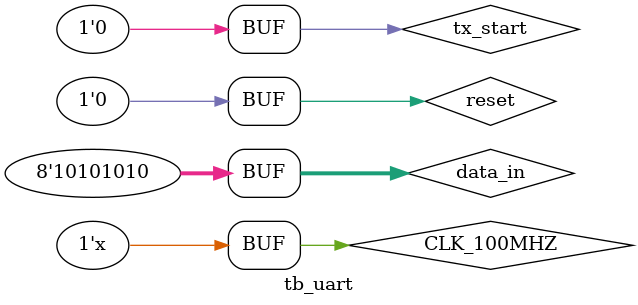
<source format=v>
`timescale 1ns / 1ps

`define NBITS 8
`define NUM_TICKS 16

module tb_uart(

    );

	reg CLK_100MHZ;
	reg reset;
	reg tx_start;
	reg [`NBITS-1 : 0] data_in;
	reg rx;

	wire [`NBITS-1 : 0] data_out;
	wire rx_done_tick;
	wire tx_done_tick;
	wire tx;
	
	uart #()
	u_uart(
			.CLK_100MHZ(CLK_100MHZ),
			.reset(reset),
			.tx_start(tx_start),
			.data_in(data_in),
			.data_out(data_out),
			.rx_done_tick(rx_done_tick),
			.tx_done_tick(tx_done_tick),
			.rx(rx),
			.tx(tx)
		);

	initial
	begin
    	CLK_100MHZ = 0;
    	reset = 1;
    	#10
    	reset = 0;
        
    	data_in = 8'b 10101010;
    	
    	tx_start = 1;
    	#10
    	tx_start = 0;
	end

	always 
		#5 CLK_100MHZ = ~CLK_100MHZ;


endmodule

</source>
